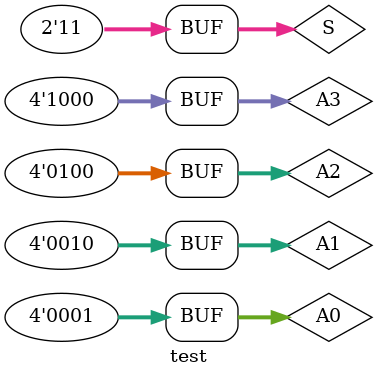
<source format=v>
module Mux_A (output reg [3:0] Out_A, input [3:0] In_A0, In_A1, In_A2, In_A3, input [1:0] S_A);
    always @ (S_A)
    begin
        case (S_A)
        2'b00:  Out_A = In_A0;
        2'b01:  Out_A = In_A1;
        2'b10:  Out_A = In_A2;
        2'b11:  Out_A = In_A3;
        endcase
    end
endmodule

module test;
    reg [3:0] A0, A1, A2, A3;
    reg [1:0] S;
    wire [3:0] Y;
    Mux_A multiplexer (Y, A0, A1, A2, A3, S);
    initial begin
        A0 = 4'b0001;
        A1 = 4'b0010;
        A2 = 4'b0100;
        A3 = 4'b1000;
        S = 2'b11;
    end
    initial begin
        $display (" S  Y ");
        $monitor (" %b %b ", S, Y);
    end
endmodule
</source>
